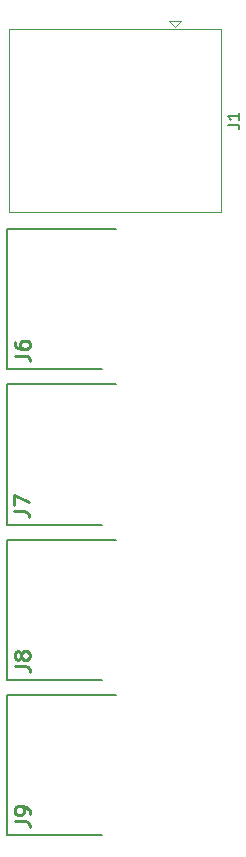
<source format=gbr>
%TF.GenerationSoftware,KiCad,Pcbnew,9.0.1*%
%TF.CreationDate,2025-09-29T10:12:09-04:00*%
%TF.ProjectId,LP_breakout,4c505f62-7265-4616-9b6f-75742e6b6963,rev?*%
%TF.SameCoordinates,Original*%
%TF.FileFunction,Legend,Top*%
%TF.FilePolarity,Positive*%
%FSLAX46Y46*%
G04 Gerber Fmt 4.6, Leading zero omitted, Abs format (unit mm)*
G04 Created by KiCad (PCBNEW 9.0.1) date 2025-09-29 10:12:09*
%MOMM*%
%LPD*%
G01*
G04 APERTURE LIST*
%ADD10C,0.254000*%
%ADD11C,0.150000*%
%ADD12C,0.200000*%
%ADD13C,0.120000*%
G04 APERTURE END LIST*
D10*
X74534318Y-98640332D02*
X75441461Y-98640332D01*
X75441461Y-98640332D02*
X75622889Y-98700809D01*
X75622889Y-98700809D02*
X75743842Y-98821761D01*
X75743842Y-98821761D02*
X75804318Y-99003190D01*
X75804318Y-99003190D02*
X75804318Y-99124142D01*
X75804318Y-97975094D02*
X75804318Y-97733190D01*
X75804318Y-97733190D02*
X75743842Y-97612237D01*
X75743842Y-97612237D02*
X75683365Y-97551761D01*
X75683365Y-97551761D02*
X75501937Y-97430809D01*
X75501937Y-97430809D02*
X75260032Y-97370332D01*
X75260032Y-97370332D02*
X74776222Y-97370332D01*
X74776222Y-97370332D02*
X74655270Y-97430809D01*
X74655270Y-97430809D02*
X74594794Y-97491285D01*
X74594794Y-97491285D02*
X74534318Y-97612237D01*
X74534318Y-97612237D02*
X74534318Y-97854142D01*
X74534318Y-97854142D02*
X74594794Y-97975094D01*
X74594794Y-97975094D02*
X74655270Y-98035571D01*
X74655270Y-98035571D02*
X74776222Y-98096047D01*
X74776222Y-98096047D02*
X75078603Y-98096047D01*
X75078603Y-98096047D02*
X75199556Y-98035571D01*
X75199556Y-98035571D02*
X75260032Y-97975094D01*
X75260032Y-97975094D02*
X75320508Y-97854142D01*
X75320508Y-97854142D02*
X75320508Y-97612237D01*
X75320508Y-97612237D02*
X75260032Y-97491285D01*
X75260032Y-97491285D02*
X75199556Y-97430809D01*
X75199556Y-97430809D02*
X75078603Y-97370332D01*
X74434318Y-72340332D02*
X75341461Y-72340332D01*
X75341461Y-72340332D02*
X75522889Y-72400809D01*
X75522889Y-72400809D02*
X75643842Y-72521761D01*
X75643842Y-72521761D02*
X75704318Y-72703190D01*
X75704318Y-72703190D02*
X75704318Y-72824142D01*
X74434318Y-71856523D02*
X74434318Y-71009856D01*
X74434318Y-71009856D02*
X75704318Y-71554142D01*
D11*
X92554819Y-39646833D02*
X93269104Y-39646833D01*
X93269104Y-39646833D02*
X93411961Y-39694452D01*
X93411961Y-39694452D02*
X93507200Y-39789690D01*
X93507200Y-39789690D02*
X93554819Y-39932547D01*
X93554819Y-39932547D02*
X93554819Y-40027785D01*
X93554819Y-38646833D02*
X93554819Y-39218261D01*
X93554819Y-38932547D02*
X92554819Y-38932547D01*
X92554819Y-38932547D02*
X92697676Y-39027785D01*
X92697676Y-39027785D02*
X92792914Y-39123023D01*
X92792914Y-39123023D02*
X92840533Y-39218261D01*
D10*
X74534318Y-85490332D02*
X75441461Y-85490332D01*
X75441461Y-85490332D02*
X75622889Y-85550809D01*
X75622889Y-85550809D02*
X75743842Y-85671761D01*
X75743842Y-85671761D02*
X75804318Y-85853190D01*
X75804318Y-85853190D02*
X75804318Y-85974142D01*
X75078603Y-84704142D02*
X75018127Y-84825094D01*
X75018127Y-84825094D02*
X74957651Y-84885571D01*
X74957651Y-84885571D02*
X74836699Y-84946047D01*
X74836699Y-84946047D02*
X74776222Y-84946047D01*
X74776222Y-84946047D02*
X74655270Y-84885571D01*
X74655270Y-84885571D02*
X74594794Y-84825094D01*
X74594794Y-84825094D02*
X74534318Y-84704142D01*
X74534318Y-84704142D02*
X74534318Y-84462237D01*
X74534318Y-84462237D02*
X74594794Y-84341285D01*
X74594794Y-84341285D02*
X74655270Y-84280809D01*
X74655270Y-84280809D02*
X74776222Y-84220332D01*
X74776222Y-84220332D02*
X74836699Y-84220332D01*
X74836699Y-84220332D02*
X74957651Y-84280809D01*
X74957651Y-84280809D02*
X75018127Y-84341285D01*
X75018127Y-84341285D02*
X75078603Y-84462237D01*
X75078603Y-84462237D02*
X75078603Y-84704142D01*
X75078603Y-84704142D02*
X75139080Y-84825094D01*
X75139080Y-84825094D02*
X75199556Y-84885571D01*
X75199556Y-84885571D02*
X75320508Y-84946047D01*
X75320508Y-84946047D02*
X75562413Y-84946047D01*
X75562413Y-84946047D02*
X75683365Y-84885571D01*
X75683365Y-84885571D02*
X75743842Y-84825094D01*
X75743842Y-84825094D02*
X75804318Y-84704142D01*
X75804318Y-84704142D02*
X75804318Y-84462237D01*
X75804318Y-84462237D02*
X75743842Y-84341285D01*
X75743842Y-84341285D02*
X75683365Y-84280809D01*
X75683365Y-84280809D02*
X75562413Y-84220332D01*
X75562413Y-84220332D02*
X75320508Y-84220332D01*
X75320508Y-84220332D02*
X75199556Y-84280809D01*
X75199556Y-84280809D02*
X75139080Y-84341285D01*
X75139080Y-84341285D02*
X75078603Y-84462237D01*
X74534318Y-59190332D02*
X75441461Y-59190332D01*
X75441461Y-59190332D02*
X75622889Y-59250809D01*
X75622889Y-59250809D02*
X75743842Y-59371761D01*
X75743842Y-59371761D02*
X75804318Y-59553190D01*
X75804318Y-59553190D02*
X75804318Y-59674142D01*
X74534318Y-58041285D02*
X74534318Y-58283190D01*
X74534318Y-58283190D02*
X74594794Y-58404142D01*
X74594794Y-58404142D02*
X74655270Y-58464618D01*
X74655270Y-58464618D02*
X74836699Y-58585571D01*
X74836699Y-58585571D02*
X75078603Y-58646047D01*
X75078603Y-58646047D02*
X75562413Y-58646047D01*
X75562413Y-58646047D02*
X75683365Y-58585571D01*
X75683365Y-58585571D02*
X75743842Y-58525094D01*
X75743842Y-58525094D02*
X75804318Y-58404142D01*
X75804318Y-58404142D02*
X75804318Y-58162237D01*
X75804318Y-58162237D02*
X75743842Y-58041285D01*
X75743842Y-58041285D02*
X75683365Y-57980809D01*
X75683365Y-57980809D02*
X75562413Y-57920332D01*
X75562413Y-57920332D02*
X75260032Y-57920332D01*
X75260032Y-57920332D02*
X75139080Y-57980809D01*
X75139080Y-57980809D02*
X75078603Y-58041285D01*
X75078603Y-58041285D02*
X75018127Y-58162237D01*
X75018127Y-58162237D02*
X75018127Y-58404142D01*
X75018127Y-58404142D02*
X75078603Y-58525094D01*
X75078603Y-58525094D02*
X75139080Y-58585571D01*
X75139080Y-58585571D02*
X75260032Y-58646047D01*
D12*
%TO.C,J9*%
X73880000Y-87918000D02*
X83080000Y-87918000D01*
X73880000Y-99818000D02*
X73880000Y-87918000D01*
X81880000Y-99818000D02*
X73880000Y-99818000D01*
%TO.C,J7*%
X73880000Y-61618000D02*
X83080000Y-61618000D01*
X73880000Y-73518000D02*
X73880000Y-61618000D01*
X81880000Y-73518000D02*
X73880000Y-73518000D01*
D13*
%TO.C,J1*%
X74020000Y-31553500D02*
X74020000Y-47073500D01*
X87600000Y-30868500D02*
X88100000Y-31368500D01*
X88100000Y-31368500D02*
X88600000Y-30868500D01*
X88600000Y-30868500D02*
X87600000Y-30868500D01*
X91980000Y-31553500D02*
X74020000Y-31553500D01*
X91980000Y-47073500D02*
X74020000Y-47073500D01*
X91980000Y-47073500D02*
X91980000Y-31553500D01*
D12*
%TO.C,J8*%
X73880000Y-74768000D02*
X83080000Y-74768000D01*
X73880000Y-86668000D02*
X73880000Y-74768000D01*
X81880000Y-86668000D02*
X73880000Y-86668000D01*
%TO.C,J6*%
X73880000Y-48468000D02*
X83080000Y-48468000D01*
X73880000Y-60368000D02*
X73880000Y-48468000D01*
X81880000Y-60368000D02*
X73880000Y-60368000D01*
%TD*%
M02*

</source>
